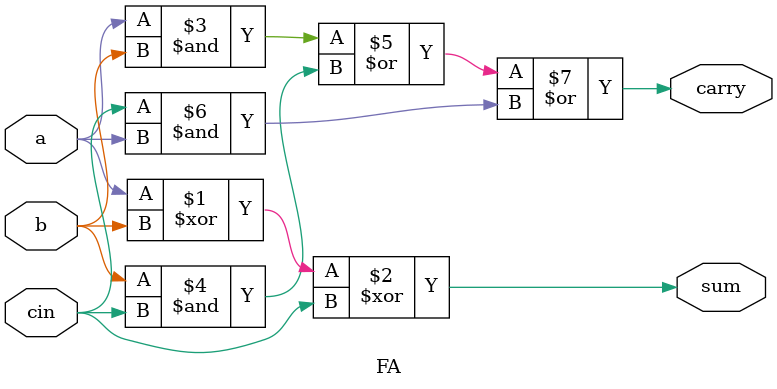
<source format=v>
module top_module (
    input [3:0] x,
    input [3:0] y, 
    output [4:0] sum);
    
    wire [2:0]carry;
    wire zero ; 
    assign zero = 1'b0;
   
    FA fa1 (x[0] , y[0] , zero     , sum[0] ,carry[0]);
    FA fa2 (x[1] , y[1] , carry[0] , sum[1] ,carry[1]);
    FA fa3 (x[2] , y[2] , carry[1] , sum[2] ,carry[2]);
    FA fa4 (x[3] , y[3] , carry[2] , sum[3] ,sum[4]  );
    
endmodule

module FA(input a,b,cin,
          output sum,carry);
    
    assign sum = a ^ b ^ cin ;
    assign carry = a&b | b&cin | cin&a ;
endmodule


</source>
